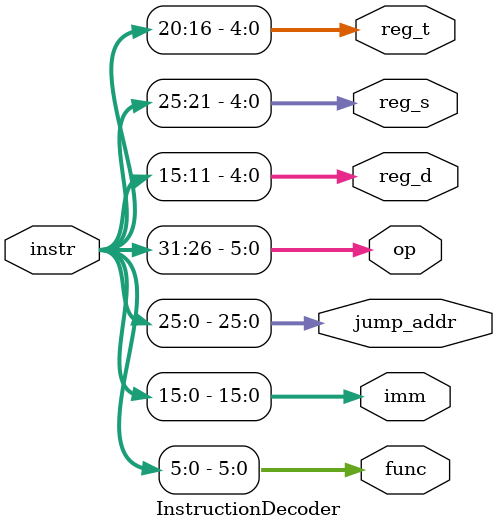
<source format=v>
/* Generated by Yosys 0.23 (git sha1 7ce5011c24b, gcc 11.3.0 -fPIC -Os) */

(* hdlname = "\\InstructionDecoder" *)
(* top =  1  *)
(* src = "rtl/mps/InstructionDecoder.v:1.1-15.10" *)
module InstructionDecoder(op, func, reg_s, reg_t, reg_d, imm, jump_addr, instr);
  (* src = "rtl/mps/InstructionDecoder.v:2.22-2.26" *)
  output [5:0] func;
  wire [5:0] func;
  (* src = "rtl/mps/InstructionDecoder.v:4.19-4.22" *)
  output [15:0] imm;
  wire [15:0] imm;
  (* src = "rtl/mps/InstructionDecoder.v:6.18-6.23" *)
  input [31:0] instr;
  wire [31:0] instr;
  (* src = "rtl/mps/InstructionDecoder.v:5.19-5.28" *)
  output [25:0] jump_addr;
  wire [25:0] jump_addr;
  (* src = "rtl/mps/InstructionDecoder.v:2.18-2.20" *)
  output [5:0] op;
  wire [5:0] op;
  (* src = "rtl/mps/InstructionDecoder.v:3.32-3.37" *)
  output [4:0] reg_d;
  wire [4:0] reg_d;
  (* src = "rtl/mps/InstructionDecoder.v:3.18-3.23" *)
  output [4:0] reg_s;
  wire [4:0] reg_s;
  (* src = "rtl/mps/InstructionDecoder.v:3.25-3.30" *)
  output [4:0] reg_t;
  wire [4:0] reg_t;
  assign func = instr[5:0];
  assign imm = instr[15:0];
  assign jump_addr = instr[25:0];
  assign op = instr[31:26];
  assign reg_d = instr[15:11];
  assign reg_s = instr[25:21];
  assign reg_t = instr[20:16];
endmodule

</source>
